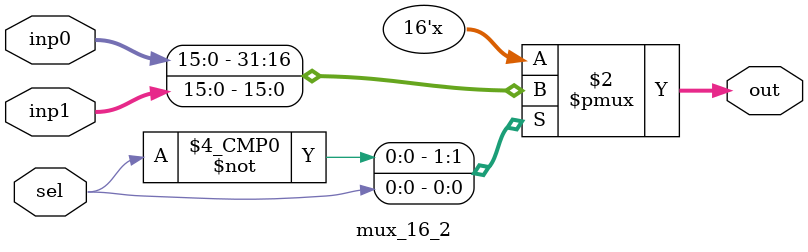
<source format=v>
module mux_16_2(inp0, inp1, sel, out);

	output reg [15:0] out;
	input  [15:0] inp0, inp1;
	input  sel;
	
	always@(inp0 or inp1 or sel) begin
		case(sel)
			0: out = inp0;
			1: out = inp1;
		endcase
	end
	
endmodule
</source>
